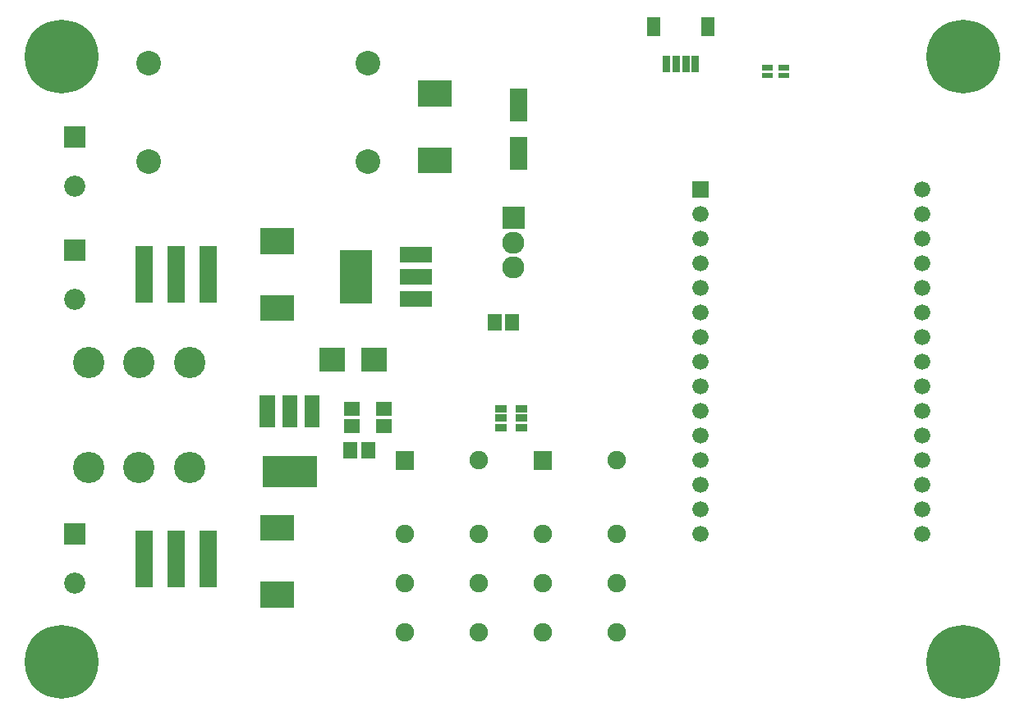
<source format=gbr>
G04 start of page 6 for group -4063 idx -4063 *
G04 Title: (unknown), componentmask *
G04 Creator: pcb 4.0.2 *
G04 CreationDate: Wed Jul  1 19:45:12 2020 UTC *
G04 For: ndholmes *
G04 Format: Gerber/RS-274X *
G04 PCB-Dimensions (mil): 4000.00 2800.00 *
G04 PCB-Coordinate-Origin: lower left *
%MOIN*%
%FSLAX25Y25*%
%LNTOPMASK*%
%ADD64C,0.1270*%
%ADD63C,0.0750*%
%ADD62C,0.0860*%
%ADD61C,0.0900*%
%ADD60C,0.0660*%
%ADD59C,0.0001*%
%ADD58C,0.1000*%
%ADD57C,0.2997*%
G54D57*X17000Y263000D03*
G54D58*X52512Y260500D03*
X141488D03*
G54D57*X383000Y263000D03*
G54D59*G36*
X273200Y212300D02*Y205700D01*
X279800D01*
Y212300D01*
X273200D01*
G37*
G54D60*X276500Y199000D03*
Y189000D03*
X366500Y209000D03*
Y199000D03*
Y189000D03*
G54D58*X52512Y220500D03*
X141488D03*
G54D61*X200500Y177500D03*
Y187500D03*
G54D59*G36*
X196000Y202000D02*Y193000D01*
X205000D01*
Y202000D01*
X196000D01*
G37*
G54D57*X17000Y17000D03*
G54D59*G36*
X18200Y73300D02*Y64700D01*
X26800D01*
Y73300D01*
X18200D01*
G37*
G54D62*X22500Y49000D03*
G54D59*G36*
X152750Y102750D02*Y95250D01*
X160250D01*
Y102750D01*
X152750D01*
G37*
G54D63*X156500Y69000D03*
Y49000D03*
Y29000D03*
X186500D03*
Y49000D03*
Y69000D03*
Y99000D03*
G54D59*G36*
X208750Y102750D02*Y95250D01*
X216250D01*
Y102750D01*
X208750D01*
G37*
G54D63*X242500Y99000D03*
X212500Y69000D03*
Y49000D03*
Y29000D03*
X242500D03*
Y49000D03*
Y69000D03*
G54D64*X28000Y138750D03*
G54D59*G36*
X18200Y188800D02*Y180200D01*
X26800D01*
Y188800D01*
X18200D01*
G37*
G54D62*X22500Y164500D03*
G54D59*G36*
X18200Y234800D02*Y226200D01*
X26800D01*
Y234800D01*
X18200D01*
G37*
G54D62*X22500Y210500D03*
G54D64*X48500Y138750D03*
X69000D03*
X28000Y96250D03*
X48500D03*
X69000D03*
G54D60*X276500Y179000D03*
Y169000D03*
Y159000D03*
Y149000D03*
Y139000D03*
Y129000D03*
Y119000D03*
Y109000D03*
Y99000D03*
X366500Y179000D03*
Y169000D03*
Y159000D03*
Y149000D03*
Y139000D03*
Y129000D03*
Y119000D03*
Y109000D03*
Y99000D03*
X276500Y89000D03*
Y79000D03*
X366500Y89000D03*
Y79000D03*
G54D57*X383000Y17000D03*
G54D60*X276500Y69000D03*
X366500D03*
G54D59*G36*
X154600Y167600D02*Y161400D01*
X167400D01*
Y167600D01*
X154600D01*
G37*
G36*
Y176600D02*Y170400D01*
X167400D01*
Y176600D01*
X154600D01*
G37*
G36*
Y185700D02*Y179500D01*
X167400D01*
Y185700D01*
X154600D01*
G37*
G36*
X143000Y184400D02*X130200D01*
Y162600D01*
X143000D01*
Y184400D01*
G37*
G36*
X205950Y249942D02*X199050D01*
Y236743D01*
X205950D01*
Y249942D01*
G37*
G36*
Y230257D02*X199050D01*
Y217058D01*
X205950D01*
Y230257D01*
G37*
G36*
X161704Y226139D02*Y215696D01*
X175296D01*
Y226139D01*
X161704D01*
G37*
G36*
Y253304D02*Y242861D01*
X175296D01*
Y253304D01*
X161704D01*
G37*
G36*
X275887Y263351D02*X272925D01*
Y256649D01*
X275887D01*
Y263351D01*
G37*
G36*
X282186Y279099D02*X276862D01*
Y271413D01*
X282186D01*
Y279099D01*
G37*
G36*
X271950Y263351D02*X268988D01*
Y256649D01*
X271950D01*
Y263351D01*
G37*
G36*
X308276Y256561D02*Y254289D01*
X312420D01*
Y256561D01*
X308276D01*
G37*
G36*
Y259711D02*Y257439D01*
X312420D01*
Y259711D01*
X308276D01*
G37*
G36*
X301580D02*Y257439D01*
X305724D01*
Y259711D01*
X301580D01*
G37*
G36*
Y256561D02*Y254289D01*
X305724D01*
Y256561D01*
X301580D01*
G37*
G36*
X268012Y263351D02*X265050D01*
Y256649D01*
X268012D01*
Y263351D01*
G37*
G36*
X264075D02*X261113D01*
Y256649D01*
X264075D01*
Y263351D01*
G37*
G36*
X260138Y279099D02*X254814D01*
Y271413D01*
X260138D01*
Y279099D01*
G37*
G36*
X79950Y70450D02*X73050D01*
Y47550D01*
X79950D01*
Y70450D01*
G37*
G36*
X66950D02*X60050D01*
Y47550D01*
X66950D01*
Y70450D01*
G37*
G36*
X53950D02*X47050D01*
Y47550D01*
X53950D01*
Y70450D01*
G37*
G36*
X97704Y76804D02*Y66362D01*
X111296D01*
Y76804D01*
X97704D01*
G37*
G36*
Y49638D02*Y39196D01*
X111296D01*
Y49638D01*
X97704D01*
G37*
G36*
X137273Y106252D02*X131555D01*
Y99748D01*
X137273D01*
Y106252D01*
G37*
G36*
X98900Y100900D02*Y88100D01*
X120700D01*
Y100900D01*
X98900D01*
G37*
G36*
X53950Y185950D02*X47050D01*
Y163050D01*
X53950D01*
Y185950D01*
G37*
G36*
X66950D02*X60050D01*
Y163050D01*
X66950D01*
Y185950D01*
G37*
G36*
X79950D02*X73050D01*
Y163050D01*
X79950D01*
Y185950D01*
G37*
G36*
X97704Y193304D02*Y182862D01*
X111296D01*
Y193304D01*
X97704D01*
G37*
G36*
Y166138D02*Y155696D01*
X111296D01*
Y166138D01*
X97704D01*
G37*
G36*
X131748Y122902D02*Y117184D01*
X138252D01*
Y122902D01*
X131748D01*
G37*
G36*
Y115816D02*Y110098D01*
X138252D01*
Y115816D01*
X131748D01*
G37*
G36*
X144748Y115773D02*Y110055D01*
X151252D01*
Y115773D01*
X144748D01*
G37*
G36*
Y122859D02*Y117141D01*
X151252D01*
Y122859D01*
X144748D01*
G37*
G36*
X121814Y144828D02*Y135172D01*
X132256D01*
Y144828D01*
X121814D01*
G37*
G36*
X121900Y125300D02*X115700D01*
Y112500D01*
X121900D01*
Y125300D01*
G37*
G36*
X112900D02*X106700D01*
Y112500D01*
X112900D01*
Y125300D01*
G37*
G36*
X103800D02*X97600D01*
Y112500D01*
X103800D01*
Y125300D01*
G37*
G36*
X202902Y158252D02*X197184D01*
Y151748D01*
X202902D01*
Y158252D01*
G37*
G36*
X195816D02*X190098D01*
Y151748D01*
X195816D01*
Y158252D01*
G37*
G36*
X144359Y106252D02*X138641D01*
Y99748D01*
X144359D01*
Y106252D01*
G37*
G36*
X138744Y144828D02*Y135172D01*
X149186D01*
Y144828D01*
X138744D01*
G37*
G36*
X193200Y121500D02*Y118500D01*
X197800D01*
Y121500D01*
X193200D01*
G37*
G36*
Y117600D02*Y114600D01*
X197800D01*
Y117600D01*
X193200D01*
G37*
G36*
Y113700D02*Y110700D01*
X197800D01*
Y113700D01*
X193200D01*
G37*
G36*
X201400D02*Y110700D01*
X206000D01*
Y113700D01*
X201400D01*
G37*
G36*
Y117600D02*Y114600D01*
X206000D01*
Y117600D01*
X201400D01*
G37*
G36*
Y121500D02*Y118500D01*
X206000D01*
Y121500D01*
X201400D01*
G37*
M02*

</source>
